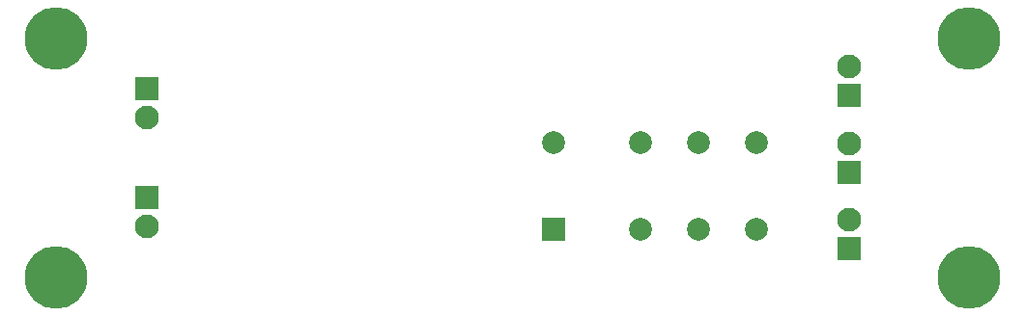
<source format=gbs>
G04 #@! TF.GenerationSoftware,KiCad,Pcbnew,7.0.6-0*
G04 #@! TF.CreationDate,2023-08-27T09:50:28-04:00*
G04 #@! TF.ProjectId,edge triggered monostable,65646765-2074-4726-9967-676572656420,1.0*
G04 #@! TF.SameCoordinates,Original*
G04 #@! TF.FileFunction,Soldermask,Bot*
G04 #@! TF.FilePolarity,Negative*
%FSLAX46Y46*%
G04 Gerber Fmt 4.6, Leading zero omitted, Abs format (unit mm)*
G04 Created by KiCad (PCBNEW 7.0.6-0) date 2023-08-27 09:50:28*
%MOMM*%
%LPD*%
G01*
G04 APERTURE LIST*
%ADD10R,2.000000X2.000000*%
%ADD11C,2.000000*%
%ADD12R,2.100000X2.100000*%
%ADD13C,2.100000*%
%ADD14C,5.500000*%
G04 APERTURE END LIST*
D10*
X127642500Y-106762500D03*
D11*
X135262500Y-106762500D03*
X140342500Y-106762500D03*
X145422500Y-106762500D03*
X145422500Y-99142500D03*
X140342500Y-99142500D03*
X135262500Y-99142500D03*
X127642500Y-99142500D03*
D12*
X153500000Y-95020000D03*
D13*
X153500000Y-92480000D03*
D12*
X153500000Y-101770000D03*
D13*
X153500000Y-99230000D03*
D12*
X153500000Y-108520000D03*
D13*
X153500000Y-105980000D03*
D12*
X92000000Y-94460000D03*
D13*
X92000000Y-97000000D03*
D12*
X92000000Y-103960000D03*
D13*
X92000000Y-106500000D03*
D14*
X164000000Y-111000000D03*
X84000000Y-111000000D03*
X84000000Y-90000000D03*
X164000000Y-90000000D03*
M02*

</source>
